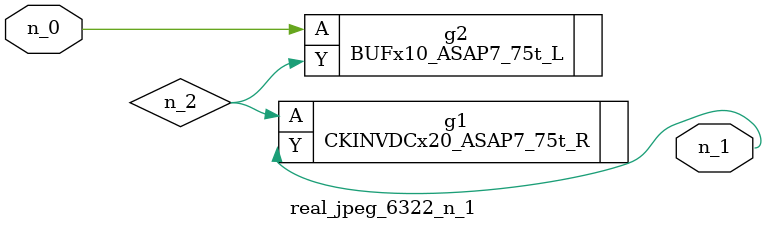
<source format=v>
module real_jpeg_6322_n_1 (n_0, n_1);

input n_0;

output n_1;

wire n_2;

BUFx10_ASAP7_75t_L g2 ( 
.A(n_0),
.Y(n_2)
);

CKINVDCx20_ASAP7_75t_R g1 ( 
.A(n_2),
.Y(n_1)
);


endmodule
</source>
